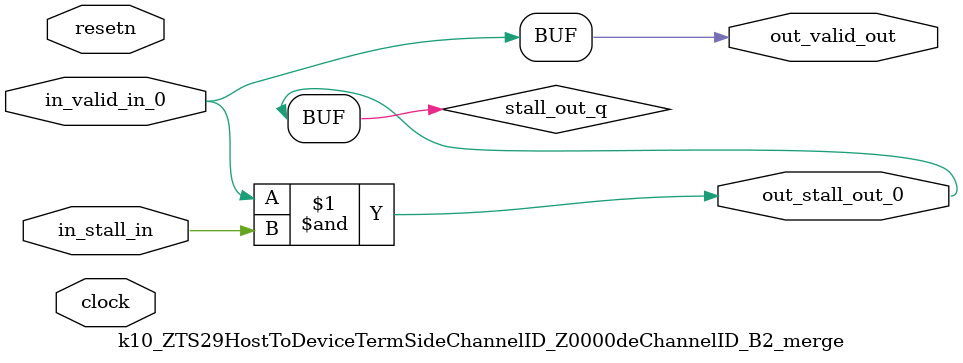
<source format=sv>



(* altera_attribute = "-name AUTO_SHIFT_REGISTER_RECOGNITION OFF; -name MESSAGE_DISABLE 10036; -name MESSAGE_DISABLE 10037; -name MESSAGE_DISABLE 14130; -name MESSAGE_DISABLE 14320; -name MESSAGE_DISABLE 15400; -name MESSAGE_DISABLE 14130; -name MESSAGE_DISABLE 10036; -name MESSAGE_DISABLE 12020; -name MESSAGE_DISABLE 12030; -name MESSAGE_DISABLE 12010; -name MESSAGE_DISABLE 12110; -name MESSAGE_DISABLE 14320; -name MESSAGE_DISABLE 13410; -name MESSAGE_DISABLE 113007; -name MESSAGE_DISABLE 10958" *)
module k10_ZTS29HostToDeviceTermSideChannelID_Z0000deChannelID_B2_merge (
    input wire [0:0] in_stall_in,
    input wire [0:0] in_valid_in_0,
    output wire [0:0] out_stall_out_0,
    output wire [0:0] out_valid_out,
    input wire clock,
    input wire resetn
    );

    wire [0:0] stall_out_q;


    // stall_out(LOGICAL,6)
    assign stall_out_q = in_valid_in_0 & in_stall_in;

    // out_stall_out_0(GPOUT,4)
    assign out_stall_out_0 = stall_out_q;

    // out_valid_out(GPOUT,5)
    assign out_valid_out = in_valid_in_0;

endmodule

</source>
